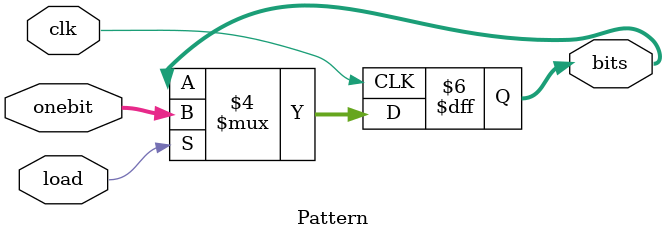
<source format=v>



module Pattern(

    output reg [7:0] bits,
    input load,
    input [7:0] onebit,
    input clk
    
    );
    
    always@ (posedge clk)
    begin
    
    if(load==1) bits <= onebit;
    else bits <= bits;
    
    end
    
endmodule

</source>
